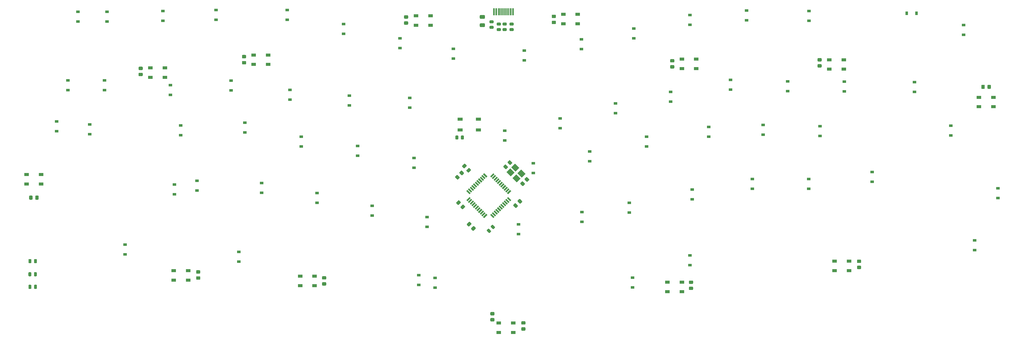
<source format=gbr>
%TF.GenerationSoftware,KiCad,Pcbnew,(5.1.6)-1*%
%TF.CreationDate,2020-07-26T11:56:32+02:00*%
%TF.ProjectId,Proyecto A,50726f79-6563-4746-9f20-412e6b696361,rev?*%
%TF.SameCoordinates,Original*%
%TF.FileFunction,Paste,Bot*%
%TF.FilePolarity,Positive*%
%FSLAX46Y46*%
G04 Gerber Fmt 4.6, Leading zero omitted, Abs format (unit mm)*
G04 Created by KiCad (PCBNEW (5.1.6)-1) date 2020-07-26 11:56:32*
%MOMM*%
%LPD*%
G01*
G04 APERTURE LIST*
%ADD10R,0.600000X2.450000*%
%ADD11R,0.300000X2.450000*%
%ADD12C,0.100000*%
%ADD13R,1.200000X0.900000*%
%ADD14R,1.800000X1.100000*%
%ADD15R,0.900000X1.200000*%
%ADD16R,1.500000X1.000000*%
G04 APERTURE END LIST*
D10*
%TO.C,USB1*%
X234427400Y4453000D03*
X227977400Y4453000D03*
X233652400Y4453000D03*
X228752400Y4453000D03*
D11*
X229452400Y4453000D03*
X232952400Y4453000D03*
X229952400Y4453000D03*
X232452400Y4453000D03*
X230452400Y4453000D03*
X231952400Y4453000D03*
X231452400Y4453000D03*
X230952400Y4453000D03*
%TD*%
D12*
%TO.C,Y1*%
G36*
X238595878Y-50368421D02*
G01*
X237323086Y-51641213D01*
X235838162Y-50156289D01*
X237110954Y-48883497D01*
X238595878Y-50368421D01*
G37*
G36*
X236545268Y-48317811D02*
G01*
X235272476Y-49590603D01*
X233787552Y-48105679D01*
X235060344Y-46832887D01*
X236545268Y-48317811D01*
G37*
G36*
X234918922Y-49944157D02*
G01*
X233646130Y-51216949D01*
X232161206Y-49732025D01*
X233433998Y-48459233D01*
X234918922Y-49944157D01*
G37*
G36*
X236969532Y-51994767D02*
G01*
X235696740Y-53267559D01*
X234211816Y-51782635D01*
X235484608Y-50509843D01*
X236969532Y-51994767D01*
G37*
%TD*%
%TO.C,C21*%
G36*
G01*
X171036401Y-86115499D02*
X170136399Y-86115499D01*
G75*
G02*
X169886400Y-85865500I0J249999D01*
G01*
X169886400Y-85215498D01*
G75*
G02*
X170136399Y-84965499I249999J0D01*
G01*
X171036401Y-84965499D01*
G75*
G02*
X171286400Y-85215498I0J-249999D01*
G01*
X171286400Y-85865500D01*
G75*
G02*
X171036401Y-86115499I-249999J0D01*
G01*
G37*
G36*
G01*
X171036401Y-88165499D02*
X170136399Y-88165499D01*
G75*
G02*
X169886400Y-87915500I0J249999D01*
G01*
X169886400Y-87265498D01*
G75*
G02*
X170136399Y-87015499I249999J0D01*
G01*
X171036401Y-87015499D01*
G75*
G02*
X171286400Y-87265498I0J-249999D01*
G01*
X171286400Y-87915500D01*
G75*
G02*
X171036401Y-88165499I-249999J0D01*
G01*
G37*
%TD*%
%TO.C,C20*%
G36*
G01*
X128491401Y-84132000D02*
X127591399Y-84132000D01*
G75*
G02*
X127341400Y-83882001I0J249999D01*
G01*
X127341400Y-83231999D01*
G75*
G02*
X127591399Y-82982000I249999J0D01*
G01*
X128491401Y-82982000D01*
G75*
G02*
X128741400Y-83231999I0J-249999D01*
G01*
X128741400Y-83882001D01*
G75*
G02*
X128491401Y-84132000I-249999J0D01*
G01*
G37*
G36*
G01*
X128491401Y-86182000D02*
X127591399Y-86182000D01*
G75*
G02*
X127341400Y-85932001I0J249999D01*
G01*
X127341400Y-85281999D01*
G75*
G02*
X127591399Y-85032000I249999J0D01*
G01*
X128491401Y-85032000D01*
G75*
G02*
X128741400Y-85281999I0J-249999D01*
G01*
X128741400Y-85932001D01*
G75*
G02*
X128491401Y-86182000I-249999J0D01*
G01*
G37*
%TD*%
%TO.C,C19*%
G36*
G01*
X72092400Y-57969999D02*
X72092400Y-58870001D01*
G75*
G02*
X71842401Y-59120000I-249999J0D01*
G01*
X71192399Y-59120000D01*
G75*
G02*
X70942400Y-58870001I0J249999D01*
G01*
X70942400Y-57969999D01*
G75*
G02*
X71192399Y-57720000I249999J0D01*
G01*
X71842401Y-57720000D01*
G75*
G02*
X72092400Y-57969999I0J-249999D01*
G01*
G37*
G36*
G01*
X74142400Y-57969999D02*
X74142400Y-58870001D01*
G75*
G02*
X73892401Y-59120000I-249999J0D01*
G01*
X73242399Y-59120000D01*
G75*
G02*
X72992400Y-58870001I0J249999D01*
G01*
X72992400Y-57969999D01*
G75*
G02*
X73242399Y-57720000I249999J0D01*
G01*
X73892401Y-57720000D01*
G75*
G02*
X74142400Y-57969999I0J-249999D01*
G01*
G37*
%TD*%
%TO.C,C18*%
G36*
G01*
X109060401Y-15298000D02*
X108160399Y-15298000D01*
G75*
G02*
X107910400Y-15048001I0J249999D01*
G01*
X107910400Y-14397999D01*
G75*
G02*
X108160399Y-14148000I249999J0D01*
G01*
X109060401Y-14148000D01*
G75*
G02*
X109310400Y-14397999I0J-249999D01*
G01*
X109310400Y-15048001D01*
G75*
G02*
X109060401Y-15298000I-249999J0D01*
G01*
G37*
G36*
G01*
X109060401Y-17348000D02*
X108160399Y-17348000D01*
G75*
G02*
X107910400Y-17098001I0J249999D01*
G01*
X107910400Y-16447999D01*
G75*
G02*
X108160399Y-16198000I249999J0D01*
G01*
X109060401Y-16198000D01*
G75*
G02*
X109310400Y-16447999I0J-249999D01*
G01*
X109310400Y-17098001D01*
G75*
G02*
X109060401Y-17348000I-249999J0D01*
G01*
G37*
%TD*%
%TO.C,C17*%
G36*
G01*
X143985401Y-11312499D02*
X143085399Y-11312499D01*
G75*
G02*
X142835400Y-11062500I0J249999D01*
G01*
X142835400Y-10412498D01*
G75*
G02*
X143085399Y-10162499I249999J0D01*
G01*
X143985401Y-10162499D01*
G75*
G02*
X144235400Y-10412498I0J-249999D01*
G01*
X144235400Y-11062500D01*
G75*
G02*
X143985401Y-11312499I-249999J0D01*
G01*
G37*
G36*
G01*
X143985401Y-13362499D02*
X143085399Y-13362499D01*
G75*
G02*
X142835400Y-13112500I0J249999D01*
G01*
X142835400Y-12462498D01*
G75*
G02*
X143085399Y-12212499I249999J0D01*
G01*
X143985401Y-12212499D01*
G75*
G02*
X144235400Y-12462498I0J-249999D01*
G01*
X144235400Y-13112500D01*
G75*
G02*
X143985401Y-13362499I-249999J0D01*
G01*
G37*
%TD*%
%TO.C,C16*%
G36*
G01*
X198722401Y2101000D02*
X197822399Y2101000D01*
G75*
G02*
X197572400Y2350999I0J249999D01*
G01*
X197572400Y3001001D01*
G75*
G02*
X197822399Y3251000I249999J0D01*
G01*
X198722401Y3251000D01*
G75*
G02*
X198972400Y3001001I0J-249999D01*
G01*
X198972400Y2350999D01*
G75*
G02*
X198722401Y2101000I-249999J0D01*
G01*
G37*
G36*
G01*
X198722401Y51000D02*
X197822399Y51000D01*
G75*
G02*
X197572400Y300999I0J249999D01*
G01*
X197572400Y951001D01*
G75*
G02*
X197822399Y1201000I249999J0D01*
G01*
X198722401Y1201000D01*
G75*
G02*
X198972400Y951001I0J-249999D01*
G01*
X198972400Y300999D01*
G75*
G02*
X198722401Y51000I-249999J0D01*
G01*
G37*
%TD*%
%TO.C,C15*%
G36*
G01*
X248633401Y2306499D02*
X247733399Y2306499D01*
G75*
G02*
X247483400Y2556498I0J249999D01*
G01*
X247483400Y3206500D01*
G75*
G02*
X247733399Y3456499I249999J0D01*
G01*
X248633401Y3456499D01*
G75*
G02*
X248883400Y3206500I0J-249999D01*
G01*
X248883400Y2556498D01*
G75*
G02*
X248633401Y2306499I-249999J0D01*
G01*
G37*
G36*
G01*
X248633401Y256499D02*
X247733399Y256499D01*
G75*
G02*
X247483400Y506498I0J249999D01*
G01*
X247483400Y1156500D01*
G75*
G02*
X247733399Y1406499I249999J0D01*
G01*
X248633401Y1406499D01*
G75*
G02*
X248883400Y1156500I0J-249999D01*
G01*
X248883400Y506498D01*
G75*
G02*
X248633401Y256499I-249999J0D01*
G01*
G37*
%TD*%
%TO.C,C14*%
G36*
G01*
X288638401Y-12709499D02*
X287738399Y-12709499D01*
G75*
G02*
X287488400Y-12459500I0J249999D01*
G01*
X287488400Y-11809498D01*
G75*
G02*
X287738399Y-11559499I249999J0D01*
G01*
X288638401Y-11559499D01*
G75*
G02*
X288888400Y-11809498I0J-249999D01*
G01*
X288888400Y-12459500D01*
G75*
G02*
X288638401Y-12709499I-249999J0D01*
G01*
G37*
G36*
G01*
X288638401Y-14759499D02*
X287738399Y-14759499D01*
G75*
G02*
X287488400Y-14509500I0J249999D01*
G01*
X287488400Y-13859498D01*
G75*
G02*
X287738399Y-13609499I249999J0D01*
G01*
X288638401Y-13609499D01*
G75*
G02*
X288888400Y-13859498I0J-249999D01*
G01*
X288888400Y-14509500D01*
G75*
G02*
X288638401Y-14759499I-249999J0D01*
G01*
G37*
%TD*%
%TO.C,C13*%
G36*
G01*
X338422401Y-12377000D02*
X337522399Y-12377000D01*
G75*
G02*
X337272400Y-12127001I0J249999D01*
G01*
X337272400Y-11476999D01*
G75*
G02*
X337522399Y-11227000I249999J0D01*
G01*
X338422401Y-11227000D01*
G75*
G02*
X338672400Y-11476999I0J-249999D01*
G01*
X338672400Y-12127001D01*
G75*
G02*
X338422401Y-12377000I-249999J0D01*
G01*
G37*
G36*
G01*
X338422401Y-14427000D02*
X337522399Y-14427000D01*
G75*
G02*
X337272400Y-14177001I0J249999D01*
G01*
X337272400Y-13526999D01*
G75*
G02*
X337522399Y-13277000I249999J0D01*
G01*
X338422401Y-13277000D01*
G75*
G02*
X338672400Y-13526999I0J-249999D01*
G01*
X338672400Y-14177001D01*
G75*
G02*
X338422401Y-14427000I-249999J0D01*
G01*
G37*
%TD*%
%TO.C,C12*%
G36*
G01*
X394683400Y-21405001D02*
X394683400Y-20504999D01*
G75*
G02*
X394933399Y-20255000I249999J0D01*
G01*
X395583401Y-20255000D01*
G75*
G02*
X395833400Y-20504999I0J-249999D01*
G01*
X395833400Y-21405001D01*
G75*
G02*
X395583401Y-21655000I-249999J0D01*
G01*
X394933399Y-21655000D01*
G75*
G02*
X394683400Y-21405001I0J249999D01*
G01*
G37*
G36*
G01*
X392633400Y-21405001D02*
X392633400Y-20504999D01*
G75*
G02*
X392883399Y-20255000I249999J0D01*
G01*
X393533401Y-20255000D01*
G75*
G02*
X393783400Y-20504999I0J-249999D01*
G01*
X393783400Y-21405001D01*
G75*
G02*
X393533401Y-21655000I-249999J0D01*
G01*
X392883399Y-21655000D01*
G75*
G02*
X392633400Y-21405001I0J249999D01*
G01*
G37*
%TD*%
%TO.C,C11*%
G36*
G01*
X351757401Y-80527499D02*
X350857399Y-80527499D01*
G75*
G02*
X350607400Y-80277500I0J249999D01*
G01*
X350607400Y-79627498D01*
G75*
G02*
X350857399Y-79377499I249999J0D01*
G01*
X351757401Y-79377499D01*
G75*
G02*
X352007400Y-79627498I0J-249999D01*
G01*
X352007400Y-80277500D01*
G75*
G02*
X351757401Y-80527499I-249999J0D01*
G01*
G37*
G36*
G01*
X351757401Y-82577499D02*
X350857399Y-82577499D01*
G75*
G02*
X350607400Y-82327500I0J249999D01*
G01*
X350607400Y-81677498D01*
G75*
G02*
X350857399Y-81427499I249999J0D01*
G01*
X351757401Y-81427499D01*
G75*
G02*
X352007400Y-81677498I0J-249999D01*
G01*
X352007400Y-82327500D01*
G75*
G02*
X351757401Y-82577499I-249999J0D01*
G01*
G37*
%TD*%
%TO.C,C10*%
G36*
G01*
X294988401Y-87609500D02*
X294088399Y-87609500D01*
G75*
G02*
X293838400Y-87359501I0J249999D01*
G01*
X293838400Y-86709499D01*
G75*
G02*
X294088399Y-86459500I249999J0D01*
G01*
X294988401Y-86459500D01*
G75*
G02*
X295238400Y-86709499I0J-249999D01*
G01*
X295238400Y-87359501D01*
G75*
G02*
X294988401Y-87609500I-249999J0D01*
G01*
G37*
G36*
G01*
X294988401Y-89659500D02*
X294088399Y-89659500D01*
G75*
G02*
X293838400Y-89409501I0J249999D01*
G01*
X293838400Y-88759499D01*
G75*
G02*
X294088399Y-88509500I249999J0D01*
G01*
X294988401Y-88509500D01*
G75*
G02*
X295238400Y-88759499I0J-249999D01*
G01*
X295238400Y-89409501D01*
G75*
G02*
X294988401Y-89659500I-249999J0D01*
G01*
G37*
%TD*%
%TO.C,C9*%
G36*
G01*
X238346401Y-101355499D02*
X237446399Y-101355499D01*
G75*
G02*
X237196400Y-101105500I0J249999D01*
G01*
X237196400Y-100455498D01*
G75*
G02*
X237446399Y-100205499I249999J0D01*
G01*
X238346401Y-100205499D01*
G75*
G02*
X238596400Y-100455498I0J-249999D01*
G01*
X238596400Y-101105500D01*
G75*
G02*
X238346401Y-101355499I-249999J0D01*
G01*
G37*
G36*
G01*
X238346401Y-103405499D02*
X237446399Y-103405499D01*
G75*
G02*
X237196400Y-103155500I0J249999D01*
G01*
X237196400Y-102505498D01*
G75*
G02*
X237446399Y-102255499I249999J0D01*
G01*
X238346401Y-102255499D01*
G75*
G02*
X238596400Y-102505498I0J-249999D01*
G01*
X238596400Y-103155500D01*
G75*
G02*
X238346401Y-103405499I-249999J0D01*
G01*
G37*
%TD*%
%TO.C,C7*%
G36*
G01*
X216963796Y-50787001D02*
X216327399Y-50150604D01*
G75*
G02*
X216327399Y-49797052I176776J176776D01*
G01*
X216787020Y-49337431D01*
G75*
G02*
X217140572Y-49337431I176776J-176776D01*
G01*
X217776969Y-49973828D01*
G75*
G02*
X217776969Y-50327380I-176776J-176776D01*
G01*
X217317348Y-50787001D01*
G75*
G02*
X216963796Y-50787001I-176776J176776D01*
G01*
G37*
G36*
G01*
X215514228Y-52236569D02*
X214877831Y-51600172D01*
G75*
G02*
X214877831Y-51246620I176776J176776D01*
G01*
X215337452Y-50786999D01*
G75*
G02*
X215691004Y-50786999I176776J-176776D01*
G01*
X216327401Y-51423396D01*
G75*
G02*
X216327401Y-51776948I-176776J-176776D01*
G01*
X215867780Y-52236569D01*
G75*
G02*
X215514228Y-52236569I-176776J176776D01*
G01*
G37*
%TD*%
%TO.C,C6*%
G36*
G01*
X218697399Y-49083396D02*
X219333796Y-48446999D01*
G75*
G02*
X219687348Y-48446999I176776J-176776D01*
G01*
X220146969Y-48906620D01*
G75*
G02*
X220146969Y-49260172I-176776J-176776D01*
G01*
X219510572Y-49896569D01*
G75*
G02*
X219157020Y-49896569I-176776J176776D01*
G01*
X218697399Y-49436948D01*
G75*
G02*
X218697399Y-49083396I176776J176776D01*
G01*
G37*
G36*
G01*
X217247831Y-47633828D02*
X217884228Y-46997431D01*
G75*
G02*
X218237780Y-46997431I176776J-176776D01*
G01*
X218697401Y-47457052D01*
G75*
G02*
X218697401Y-47810604I-176776J-176776D01*
G01*
X218061004Y-48447001D01*
G75*
G02*
X217707452Y-48447001I-176776J176776D01*
G01*
X217247831Y-47987380D01*
G75*
G02*
X217247831Y-47633828I176776J176776D01*
G01*
G37*
%TD*%
%TO.C,C5*%
G36*
G01*
X220297401Y-67470604D02*
X219661004Y-68107001D01*
G75*
G02*
X219307452Y-68107001I-176776J176776D01*
G01*
X218847831Y-67647380D01*
G75*
G02*
X218847831Y-67293828I176776J176776D01*
G01*
X219484228Y-66657431D01*
G75*
G02*
X219837780Y-66657431I176776J-176776D01*
G01*
X220297401Y-67117052D01*
G75*
G02*
X220297401Y-67470604I-176776J-176776D01*
G01*
G37*
G36*
G01*
X221746969Y-68920172D02*
X221110572Y-69556569D01*
G75*
G02*
X220757020Y-69556569I-176776J176776D01*
G01*
X220297399Y-69096948D01*
G75*
G02*
X220297399Y-68743396I176776J176776D01*
G01*
X220933796Y-68106999D01*
G75*
G02*
X221287348Y-68106999I176776J-176776D01*
G01*
X221746969Y-68566620D01*
G75*
G02*
X221746969Y-68920172I-176776J-176776D01*
G01*
G37*
%TD*%
%TO.C,C4*%
G36*
G01*
X236638796Y-60387001D02*
X236002399Y-59750604D01*
G75*
G02*
X236002399Y-59397052I176776J176776D01*
G01*
X236462020Y-58937431D01*
G75*
G02*
X236815572Y-58937431I176776J-176776D01*
G01*
X237451969Y-59573828D01*
G75*
G02*
X237451969Y-59927380I-176776J-176776D01*
G01*
X236992348Y-60387001D01*
G75*
G02*
X236638796Y-60387001I-176776J176776D01*
G01*
G37*
G36*
G01*
X235189228Y-61836569D02*
X234552831Y-61200172D01*
G75*
G02*
X234552831Y-60846620I176776J176776D01*
G01*
X235012452Y-60386999D01*
G75*
G02*
X235366004Y-60386999I176776J-176776D01*
G01*
X236002401Y-61023396D01*
G75*
G02*
X236002401Y-61376948I-176776J-176776D01*
G01*
X235542780Y-61836569D01*
G75*
G02*
X235189228Y-61836569I-176776J176776D01*
G01*
G37*
%TD*%
%TO.C,C3*%
G36*
G01*
X231998091Y-47289912D02*
X232634488Y-47926309D01*
G75*
G02*
X232634488Y-48279861I-176776J-176776D01*
G01*
X232174867Y-48739482D01*
G75*
G02*
X231821315Y-48739482I-176776J176776D01*
G01*
X231184918Y-48103085D01*
G75*
G02*
X231184918Y-47749533I176776J176776D01*
G01*
X231644539Y-47289912D01*
G75*
G02*
X231998091Y-47289912I176776J-176776D01*
G01*
G37*
G36*
G01*
X233447659Y-45840344D02*
X234084056Y-46476741D01*
G75*
G02*
X234084056Y-46830293I-176776J-176776D01*
G01*
X233624435Y-47289914D01*
G75*
G02*
X233270883Y-47289914I-176776J176776D01*
G01*
X232634486Y-46653517D01*
G75*
G02*
X232634486Y-46299965I176776J176776D01*
G01*
X233094107Y-45840344D01*
G75*
G02*
X233447659Y-45840344I176776J-176776D01*
G01*
G37*
%TD*%
%TO.C,C2*%
G36*
G01*
X239013796Y-52977001D02*
X238377399Y-52340604D01*
G75*
G02*
X238377399Y-51987052I176776J176776D01*
G01*
X238837020Y-51527431D01*
G75*
G02*
X239190572Y-51527431I176776J-176776D01*
G01*
X239826969Y-52163828D01*
G75*
G02*
X239826969Y-52517380I-176776J-176776D01*
G01*
X239367348Y-52977001D01*
G75*
G02*
X239013796Y-52977001I-176776J176776D01*
G01*
G37*
G36*
G01*
X237564228Y-54426569D02*
X236927831Y-53790172D01*
G75*
G02*
X236927831Y-53436620I176776J176776D01*
G01*
X237387452Y-52976999D01*
G75*
G02*
X237741004Y-52976999I176776J-176776D01*
G01*
X238377401Y-53613396D01*
G75*
G02*
X238377401Y-53966948I-176776J-176776D01*
G01*
X237917780Y-54426569D01*
G75*
G02*
X237564228Y-54426569I-176776J176776D01*
G01*
G37*
%TD*%
%TO.C,C1*%
G36*
G01*
X216710312Y-61466309D02*
X217346709Y-60829912D01*
G75*
G02*
X217700261Y-60829912I176776J-176776D01*
G01*
X218159882Y-61289533D01*
G75*
G02*
X218159882Y-61643085I-176776J-176776D01*
G01*
X217523485Y-62279482D01*
G75*
G02*
X217169933Y-62279482I-176776J176776D01*
G01*
X216710312Y-61819861D01*
G75*
G02*
X216710312Y-61466309I176776J176776D01*
G01*
G37*
G36*
G01*
X215260744Y-60016741D02*
X215897141Y-59380344D01*
G75*
G02*
X216250693Y-59380344I176776J-176776D01*
G01*
X216710314Y-59839965D01*
G75*
G02*
X216710314Y-60193517I-176776J-176776D01*
G01*
X216073917Y-60829914D01*
G75*
G02*
X215720365Y-60829914I-176776J176776D01*
G01*
X215260744Y-60370293D01*
G75*
G02*
X215260744Y-60016741I176776J176776D01*
G01*
G37*
%TD*%
%TO.C,R11*%
G36*
G01*
X227877401Y-98247000D02*
X226977399Y-98247000D01*
G75*
G02*
X226727400Y-97997001I0J249999D01*
G01*
X226727400Y-97346999D01*
G75*
G02*
X226977399Y-97097000I249999J0D01*
G01*
X227877401Y-97097000D01*
G75*
G02*
X228127400Y-97346999I0J-249999D01*
G01*
X228127400Y-97997001D01*
G75*
G02*
X227877401Y-98247000I-249999J0D01*
G01*
G37*
G36*
G01*
X227877401Y-100297000D02*
X226977399Y-100297000D01*
G75*
G02*
X226727400Y-100047001I0J249999D01*
G01*
X226727400Y-99396999D01*
G75*
G02*
X226977399Y-99147000I249999J0D01*
G01*
X227877401Y-99147000D01*
G75*
G02*
X228127400Y-99396999I0J-249999D01*
G01*
X228127400Y-100047001D01*
G75*
G02*
X227877401Y-100297000I-249999J0D01*
G01*
G37*
%TD*%
%TO.C,R8*%
G36*
G01*
X227608650Y-1324500D02*
X226696150Y-1324500D01*
G75*
G02*
X226452400Y-1080750I0J243750D01*
G01*
X226452400Y-593250D01*
G75*
G02*
X226696150Y-349500I243750J0D01*
G01*
X227608650Y-349500D01*
G75*
G02*
X227852400Y-593250I0J-243750D01*
G01*
X227852400Y-1080750D01*
G75*
G02*
X227608650Y-1324500I-243750J0D01*
G01*
G37*
G36*
G01*
X227608650Y550500D02*
X226696150Y550500D01*
G75*
G02*
X226452400Y794250I0J243750D01*
G01*
X226452400Y1281750D01*
G75*
G02*
X226696150Y1525500I243750J0D01*
G01*
X227608650Y1525500D01*
G75*
G02*
X227852400Y1281750I0J-243750D01*
G01*
X227852400Y794250D01*
G75*
G02*
X227608650Y550500I-243750J0D01*
G01*
G37*
%TD*%
%TO.C,R2*%
G36*
G01*
X230058650Y-2087000D02*
X229146150Y-2087000D01*
G75*
G02*
X228902400Y-1843250I0J243750D01*
G01*
X228902400Y-1355750D01*
G75*
G02*
X229146150Y-1112000I243750J0D01*
G01*
X230058650Y-1112000D01*
G75*
G02*
X230302400Y-1355750I0J-243750D01*
G01*
X230302400Y-1843250D01*
G75*
G02*
X230058650Y-2087000I-243750J0D01*
G01*
G37*
G36*
G01*
X230058650Y-212000D02*
X229146150Y-212000D01*
G75*
G02*
X228902400Y31750I0J243750D01*
G01*
X228902400Y519250D01*
G75*
G02*
X229146150Y763000I243750J0D01*
G01*
X230058650Y763000D01*
G75*
G02*
X230302400Y519250I0J-243750D01*
G01*
X230302400Y31750D01*
G75*
G02*
X230058650Y-212000I-243750J0D01*
G01*
G37*
%TD*%
%TO.C,R1*%
G36*
G01*
X232033650Y-2074500D02*
X231121150Y-2074500D01*
G75*
G02*
X230877400Y-1830750I0J243750D01*
G01*
X230877400Y-1343250D01*
G75*
G02*
X231121150Y-1099500I243750J0D01*
G01*
X232033650Y-1099500D01*
G75*
G02*
X232277400Y-1343250I0J-243750D01*
G01*
X232277400Y-1830750D01*
G75*
G02*
X232033650Y-2074500I-243750J0D01*
G01*
G37*
G36*
G01*
X232033650Y-199500D02*
X231121150Y-199500D01*
G75*
G02*
X230877400Y44250I0J243750D01*
G01*
X230877400Y531750D01*
G75*
G02*
X231121150Y775500I243750J0D01*
G01*
X232033650Y775500D01*
G75*
G02*
X232277400Y531750I0J-243750D01*
G01*
X232277400Y44250D01*
G75*
G02*
X232033650Y-199500I-243750J0D01*
G01*
G37*
%TD*%
D13*
%TO.C,D_63*%
X294177400Y-81217000D03*
X294177400Y-77917000D03*
%TD*%
%TO.C,R6*%
G36*
G01*
X71684900Y-88130750D02*
X71684900Y-89043250D01*
G75*
G02*
X71441150Y-89287000I-243750J0D01*
G01*
X70953650Y-89287000D01*
G75*
G02*
X70709900Y-89043250I0J243750D01*
G01*
X70709900Y-88130750D01*
G75*
G02*
X70953650Y-87887000I243750J0D01*
G01*
X71441150Y-87887000D01*
G75*
G02*
X71684900Y-88130750I0J-243750D01*
G01*
G37*
G36*
G01*
X73559900Y-88130750D02*
X73559900Y-89043250D01*
G75*
G02*
X73316150Y-89287000I-243750J0D01*
G01*
X72828650Y-89287000D01*
G75*
G02*
X72584900Y-89043250I0J243750D01*
G01*
X72584900Y-88130750D01*
G75*
G02*
X72828650Y-87887000I243750J0D01*
G01*
X73316150Y-87887000D01*
G75*
G02*
X73559900Y-88130750I0J-243750D01*
G01*
G37*
%TD*%
%TO.C,D_40*%
X300557528Y-37820961D03*
X300557528Y-34520961D03*
%TD*%
%TO.C,D_44*%
X386670000Y-50000D03*
X386670000Y-3350000D03*
%TD*%
D12*
%TO.C,U1*%
G36*
X219684700Y-58206978D02*
G01*
X220073608Y-58595886D01*
X219012948Y-59656546D01*
X218624040Y-59267638D01*
X219684700Y-58206978D01*
G37*
G36*
X220250386Y-58772663D02*
G01*
X220639294Y-59161571D01*
X219578634Y-60222231D01*
X219189726Y-59833323D01*
X220250386Y-58772663D01*
G37*
G36*
X220816071Y-59338348D02*
G01*
X221204979Y-59727256D01*
X220144319Y-60787916D01*
X219755411Y-60399008D01*
X220816071Y-59338348D01*
G37*
G36*
X221381756Y-59904034D02*
G01*
X221770664Y-60292942D01*
X220710004Y-61353602D01*
X220321096Y-60964694D01*
X221381756Y-59904034D01*
G37*
G36*
X221947442Y-60469719D02*
G01*
X222336350Y-60858627D01*
X221275690Y-61919287D01*
X220886782Y-61530379D01*
X221947442Y-60469719D01*
G37*
G36*
X222513127Y-61035405D02*
G01*
X222902035Y-61424313D01*
X221841375Y-62484973D01*
X221452467Y-62096065D01*
X222513127Y-61035405D01*
G37*
G36*
X223078813Y-61601090D02*
G01*
X223467721Y-61989998D01*
X222407061Y-63050658D01*
X222018153Y-62661750D01*
X223078813Y-61601090D01*
G37*
G36*
X223644498Y-62166776D02*
G01*
X224033406Y-62555684D01*
X222972746Y-63616344D01*
X222583838Y-63227436D01*
X223644498Y-62166776D01*
G37*
G36*
X224210184Y-62732461D02*
G01*
X224599092Y-63121369D01*
X223538432Y-64182029D01*
X223149524Y-63793121D01*
X224210184Y-62732461D01*
G37*
G36*
X224775869Y-63298146D02*
G01*
X225164777Y-63687054D01*
X224104117Y-64747714D01*
X223715209Y-64358806D01*
X224775869Y-63298146D01*
G37*
G36*
X225341554Y-63863832D02*
G01*
X225730462Y-64252740D01*
X224669802Y-65313400D01*
X224280894Y-64924492D01*
X225341554Y-63863832D01*
G37*
G36*
X226685058Y-64252740D02*
G01*
X227073966Y-63863832D01*
X228134626Y-64924492D01*
X227745718Y-65313400D01*
X226685058Y-64252740D01*
G37*
G36*
X227250743Y-63687054D02*
G01*
X227639651Y-63298146D01*
X228700311Y-64358806D01*
X228311403Y-64747714D01*
X227250743Y-63687054D01*
G37*
G36*
X227816428Y-63121369D02*
G01*
X228205336Y-62732461D01*
X229265996Y-63793121D01*
X228877088Y-64182029D01*
X227816428Y-63121369D01*
G37*
G36*
X228382114Y-62555684D02*
G01*
X228771022Y-62166776D01*
X229831682Y-63227436D01*
X229442774Y-63616344D01*
X228382114Y-62555684D01*
G37*
G36*
X228947799Y-61989998D02*
G01*
X229336707Y-61601090D01*
X230397367Y-62661750D01*
X230008459Y-63050658D01*
X228947799Y-61989998D01*
G37*
G36*
X229513485Y-61424313D02*
G01*
X229902393Y-61035405D01*
X230963053Y-62096065D01*
X230574145Y-62484973D01*
X229513485Y-61424313D01*
G37*
G36*
X230079170Y-60858627D02*
G01*
X230468078Y-60469719D01*
X231528738Y-61530379D01*
X231139830Y-61919287D01*
X230079170Y-60858627D01*
G37*
G36*
X230644856Y-60292942D02*
G01*
X231033764Y-59904034D01*
X232094424Y-60964694D01*
X231705516Y-61353602D01*
X230644856Y-60292942D01*
G37*
G36*
X231210541Y-59727256D02*
G01*
X231599449Y-59338348D01*
X232660109Y-60399008D01*
X232271201Y-60787916D01*
X231210541Y-59727256D01*
G37*
G36*
X231776226Y-59161571D02*
G01*
X232165134Y-58772663D01*
X233225794Y-59833323D01*
X232836886Y-60222231D01*
X231776226Y-59161571D01*
G37*
G36*
X232341912Y-58595886D02*
G01*
X232730820Y-58206978D01*
X233791480Y-59267638D01*
X233402572Y-59656546D01*
X232341912Y-58595886D01*
G37*
G36*
X233402572Y-55802814D02*
G01*
X233791480Y-56191722D01*
X232730820Y-57252382D01*
X232341912Y-56863474D01*
X233402572Y-55802814D01*
G37*
G36*
X232836886Y-55237129D02*
G01*
X233225794Y-55626037D01*
X232165134Y-56686697D01*
X231776226Y-56297789D01*
X232836886Y-55237129D01*
G37*
G36*
X232271201Y-54671444D02*
G01*
X232660109Y-55060352D01*
X231599449Y-56121012D01*
X231210541Y-55732104D01*
X232271201Y-54671444D01*
G37*
G36*
X231705516Y-54105758D02*
G01*
X232094424Y-54494666D01*
X231033764Y-55555326D01*
X230644856Y-55166418D01*
X231705516Y-54105758D01*
G37*
G36*
X231139830Y-53540073D02*
G01*
X231528738Y-53928981D01*
X230468078Y-54989641D01*
X230079170Y-54600733D01*
X231139830Y-53540073D01*
G37*
G36*
X230574145Y-52974387D02*
G01*
X230963053Y-53363295D01*
X229902393Y-54423955D01*
X229513485Y-54035047D01*
X230574145Y-52974387D01*
G37*
G36*
X230008459Y-52408702D02*
G01*
X230397367Y-52797610D01*
X229336707Y-53858270D01*
X228947799Y-53469362D01*
X230008459Y-52408702D01*
G37*
G36*
X229442774Y-51843016D02*
G01*
X229831682Y-52231924D01*
X228771022Y-53292584D01*
X228382114Y-52903676D01*
X229442774Y-51843016D01*
G37*
G36*
X228877088Y-51277331D02*
G01*
X229265996Y-51666239D01*
X228205336Y-52726899D01*
X227816428Y-52337991D01*
X228877088Y-51277331D01*
G37*
G36*
X228311403Y-50711646D02*
G01*
X228700311Y-51100554D01*
X227639651Y-52161214D01*
X227250743Y-51772306D01*
X228311403Y-50711646D01*
G37*
G36*
X227745718Y-50145960D02*
G01*
X228134626Y-50534868D01*
X227073966Y-51595528D01*
X226685058Y-51206620D01*
X227745718Y-50145960D01*
G37*
G36*
X224280894Y-50534868D02*
G01*
X224669802Y-50145960D01*
X225730462Y-51206620D01*
X225341554Y-51595528D01*
X224280894Y-50534868D01*
G37*
G36*
X223715209Y-51100554D02*
G01*
X224104117Y-50711646D01*
X225164777Y-51772306D01*
X224775869Y-52161214D01*
X223715209Y-51100554D01*
G37*
G36*
X223149524Y-51666239D02*
G01*
X223538432Y-51277331D01*
X224599092Y-52337991D01*
X224210184Y-52726899D01*
X223149524Y-51666239D01*
G37*
G36*
X222583838Y-52231924D02*
G01*
X222972746Y-51843016D01*
X224033406Y-52903676D01*
X223644498Y-53292584D01*
X222583838Y-52231924D01*
G37*
G36*
X222018153Y-52797610D02*
G01*
X222407061Y-52408702D01*
X223467721Y-53469362D01*
X223078813Y-53858270D01*
X222018153Y-52797610D01*
G37*
G36*
X221452467Y-53363295D02*
G01*
X221841375Y-52974387D01*
X222902035Y-54035047D01*
X222513127Y-54423955D01*
X221452467Y-53363295D01*
G37*
G36*
X220886782Y-53928981D02*
G01*
X221275690Y-53540073D01*
X222336350Y-54600733D01*
X221947442Y-54989641D01*
X220886782Y-53928981D01*
G37*
G36*
X220321096Y-54494666D02*
G01*
X220710004Y-54105758D01*
X221770664Y-55166418D01*
X221381756Y-55555326D01*
X220321096Y-54494666D01*
G37*
G36*
X219755411Y-55060352D02*
G01*
X220144319Y-54671444D01*
X221204979Y-55732104D01*
X220816071Y-56121012D01*
X219755411Y-55060352D01*
G37*
G36*
X219189726Y-55626037D02*
G01*
X219578634Y-55237129D01*
X220639294Y-56297789D01*
X220250386Y-56686697D01*
X219189726Y-55626037D01*
G37*
G36*
X218624040Y-56191722D02*
G01*
X219012948Y-55802814D01*
X220073608Y-56863474D01*
X219684700Y-57252382D01*
X218624040Y-56191722D01*
G37*
%TD*%
D14*
%TO.C,SW1*%
X216550000Y-35550000D03*
X222750000Y-35550000D03*
X216550000Y-31850000D03*
X222750000Y-31850000D03*
%TD*%
%TO.C,R9*%
G36*
G01*
X234383650Y-2087000D02*
X233471150Y-2087000D01*
G75*
G02*
X233227400Y-1843250I0J243750D01*
G01*
X233227400Y-1355750D01*
G75*
G02*
X233471150Y-1112000I243750J0D01*
G01*
X234383650Y-1112000D01*
G75*
G02*
X234627400Y-1355750I0J-243750D01*
G01*
X234627400Y-1843250D01*
G75*
G02*
X234383650Y-2087000I-243750J0D01*
G01*
G37*
G36*
G01*
X234383650Y-212000D02*
X233471150Y-212000D01*
G75*
G02*
X233227400Y31750I0J243750D01*
G01*
X233227400Y519250D01*
G75*
G02*
X233471150Y763000I243750J0D01*
G01*
X234383650Y763000D01*
G75*
G02*
X234627400Y519250I0J-243750D01*
G01*
X234627400Y31750D01*
G75*
G02*
X234383650Y-212000I-243750J0D01*
G01*
G37*
%TD*%
%TO.C,R7*%
G36*
G01*
X71664900Y-83860750D02*
X71664900Y-84773250D01*
G75*
G02*
X71421150Y-85017000I-243750J0D01*
G01*
X70933650Y-85017000D01*
G75*
G02*
X70689900Y-84773250I0J243750D01*
G01*
X70689900Y-83860750D01*
G75*
G02*
X70933650Y-83617000I243750J0D01*
G01*
X71421150Y-83617000D01*
G75*
G02*
X71664900Y-83860750I0J-243750D01*
G01*
G37*
G36*
G01*
X73539900Y-83860750D02*
X73539900Y-84773250D01*
G75*
G02*
X73296150Y-85017000I-243750J0D01*
G01*
X72808650Y-85017000D01*
G75*
G02*
X72564900Y-84773250I0J243750D01*
G01*
X72564900Y-83860750D01*
G75*
G02*
X72808650Y-83617000I243750J0D01*
G01*
X73296150Y-83617000D01*
G75*
G02*
X73539900Y-83860750I0J-243750D01*
G01*
G37*
%TD*%
%TO.C,R5*%
G36*
G01*
X71684900Y-79430750D02*
X71684900Y-80343250D01*
G75*
G02*
X71441150Y-80587000I-243750J0D01*
G01*
X70953650Y-80587000D01*
G75*
G02*
X70709900Y-80343250I0J243750D01*
G01*
X70709900Y-79430750D01*
G75*
G02*
X70953650Y-79187000I243750J0D01*
G01*
X71441150Y-79187000D01*
G75*
G02*
X71684900Y-79430750I0J-243750D01*
G01*
G37*
G36*
G01*
X73559900Y-79430750D02*
X73559900Y-80343250D01*
G75*
G02*
X73316150Y-80587000I-243750J0D01*
G01*
X72828650Y-80587000D01*
G75*
G02*
X72584900Y-80343250I0J243750D01*
G01*
X72584900Y-79430750D01*
G75*
G02*
X72828650Y-79187000I243750J0D01*
G01*
X73316150Y-79187000D01*
G75*
G02*
X73559900Y-79430750I0J-243750D01*
G01*
G37*
%TD*%
%TO.C,R4*%
G36*
G01*
X227568216Y-68991419D02*
X226922981Y-68346184D01*
G75*
G02*
X226922981Y-68001470I172357J172357D01*
G01*
X227267696Y-67656755D01*
G75*
G02*
X227612410Y-67656755I172357J-172357D01*
G01*
X228257645Y-68301990D01*
G75*
G02*
X228257645Y-68646704I-172357J-172357D01*
G01*
X227912930Y-68991419D01*
G75*
G02*
X227568216Y-68991419I-172357J172357D01*
G01*
G37*
G36*
G01*
X226242390Y-70317245D02*
X225597155Y-69672010D01*
G75*
G02*
X225597155Y-69327296I172357J172357D01*
G01*
X225941870Y-68982581D01*
G75*
G02*
X226286584Y-68982581I172357J-172357D01*
G01*
X226931819Y-69627816D01*
G75*
G02*
X226931819Y-69972530I-172357J-172357D01*
G01*
X226587104Y-70317245D01*
G75*
G02*
X226242390Y-70317245I-172357J172357D01*
G01*
G37*
%TD*%
%TO.C,R3*%
G36*
G01*
X215914901Y-37630750D02*
X215914901Y-38543250D01*
G75*
G02*
X215671151Y-38787000I-243750J0D01*
G01*
X215183651Y-38787000D01*
G75*
G02*
X214939901Y-38543250I0J243750D01*
G01*
X214939901Y-37630750D01*
G75*
G02*
X215183651Y-37387000I243750J0D01*
G01*
X215671151Y-37387000D01*
G75*
G02*
X215914901Y-37630750I0J-243750D01*
G01*
G37*
G36*
G01*
X217789901Y-37630750D02*
X217789901Y-38543250D01*
G75*
G02*
X217546151Y-38787000I-243750J0D01*
G01*
X217058651Y-38787000D01*
G75*
G02*
X216814901Y-38543250I0J243750D01*
G01*
X216814901Y-37630750D01*
G75*
G02*
X217058651Y-37387000I243750J0D01*
G01*
X217546151Y-37387000D01*
G75*
G02*
X217789901Y-37630750I0J-243750D01*
G01*
G37*
%TD*%
%TO.C,F1*%
G36*
G01*
X224675000Y2075000D02*
X223425000Y2075000D01*
G75*
G02*
X223175000Y2325000I0J250000D01*
G01*
X223175000Y3075000D01*
G75*
G02*
X223425000Y3325000I250000J0D01*
G01*
X224675000Y3325000D01*
G75*
G02*
X224925000Y3075000I0J-250000D01*
G01*
X224925000Y2325000D01*
G75*
G02*
X224675000Y2075000I-250000J0D01*
G01*
G37*
G36*
G01*
X224675000Y-725000D02*
X223425000Y-725000D01*
G75*
G02*
X223175000Y-475000I0J250000D01*
G01*
X223175000Y275000D01*
G75*
G02*
X223425000Y525000I250000J0D01*
G01*
X224675000Y525000D01*
G75*
G02*
X224925000Y275000I0J-250000D01*
G01*
X224925000Y-475000D01*
G75*
G02*
X224675000Y-725000I-250000J0D01*
G01*
G37*
%TD*%
D13*
%TO.C,D_65*%
X398250000Y-55250000D03*
X398250000Y-58550000D03*
%TD*%
%TO.C,D_64*%
X390350000Y-76150000D03*
X390350000Y-72850000D03*
%TD*%
%TO.C,D_62*%
X274768750Y-88768750D03*
X274768750Y-85468750D03*
%TD*%
%TO.C,D_61*%
X208050000Y-88900000D03*
X208050000Y-85600000D03*
%TD*%
%TO.C,D_60*%
X202550000Y-87900000D03*
X202550000Y-84600000D03*
%TD*%
%TO.C,D_59*%
X141807400Y-80097000D03*
X141807400Y-76797000D03*
%TD*%
%TO.C,D_58*%
X103318750Y-77593750D03*
X103318750Y-74293750D03*
%TD*%
%TO.C,D_57*%
X355731250Y-53050000D03*
X355731250Y-49750000D03*
%TD*%
%TO.C,D_56*%
X334300000Y-55431250D03*
X334300000Y-52131250D03*
%TD*%
%TO.C,D_55*%
X315250000Y-55431250D03*
X315250000Y-52131250D03*
%TD*%
%TO.C,D_54*%
X294980000Y-59000000D03*
X294980000Y-55700000D03*
%TD*%
%TO.C,D_53*%
X273650000Y-63500000D03*
X273650000Y-60200000D03*
%TD*%
%TO.C,D_52*%
X257650000Y-66640000D03*
X257650000Y-63340000D03*
%TD*%
%TO.C,D_51*%
X236300000Y-70750000D03*
X236300000Y-67450000D03*
%TD*%
%TO.C,D_50*%
X205400000Y-68300000D03*
X205400000Y-65000000D03*
%TD*%
%TO.C,D_49*%
X186850000Y-64450000D03*
X186850000Y-61150000D03*
%TD*%
%TO.C,D_48*%
X168200000Y-60200000D03*
X168200000Y-56900000D03*
%TD*%
%TO.C,D_47*%
X149450000Y-56750000D03*
X149450000Y-53450000D03*
%TD*%
%TO.C,D_46*%
X127620000Y-56040000D03*
X127620000Y-52740000D03*
%TD*%
%TO.C,D_45*%
X119987500Y-57250000D03*
X119987500Y-53950000D03*
%TD*%
%TO.C,D_43*%
X382350000Y-37400000D03*
X382350000Y-34100000D03*
%TD*%
%TO.C,D_42*%
X338100000Y-37530000D03*
X338100000Y-34230000D03*
%TD*%
%TO.C,D_41*%
X318900000Y-37150000D03*
X318900000Y-33850000D03*
%TD*%
%TO.C,D_39*%
X279531250Y-41143750D03*
X279531250Y-37843750D03*
%TD*%
%TO.C,D_38*%
X260270000Y-46140000D03*
X260270000Y-42840000D03*
%TD*%
%TO.C,D_37*%
X241250000Y-50050000D03*
X241250000Y-46750000D03*
%TD*%
%TO.C,D_36*%
X200950000Y-48287500D03*
X200950000Y-44987500D03*
%TD*%
%TO.C,D_35*%
X181900000Y-44256250D03*
X181900000Y-40956250D03*
%TD*%
%TO.C,D_34*%
X162850000Y-41143750D03*
X162850000Y-37843750D03*
%TD*%
%TO.C,D_33*%
X143800000Y-36381250D03*
X143800000Y-33081250D03*
%TD*%
%TO.C,D_32*%
X122170000Y-37310000D03*
X122170000Y-34010000D03*
%TD*%
%TO.C,D_31*%
X91410000Y-36950000D03*
X91410000Y-33650000D03*
%TD*%
%TO.C,D_30*%
X80250000Y-35950000D03*
X80250000Y-32650000D03*
%TD*%
%TO.C,D_29*%
X370049999Y-22643750D03*
X370049999Y-19343750D03*
%TD*%
%TO.C,D_28*%
X346289074Y-22470545D03*
X346289074Y-19170545D03*
%TD*%
%TO.C,D_27*%
X327175000Y-22375000D03*
X327175000Y-19075000D03*
%TD*%
%TO.C,D_26*%
X307930000Y-21915001D03*
X307930000Y-18615001D03*
%TD*%
%TO.C,D_25*%
X287625000Y-26000000D03*
X287625000Y-22700000D03*
%TD*%
%TO.C,D_24*%
X269000000Y-29850000D03*
X269000000Y-26550000D03*
%TD*%
%TO.C,D_23*%
X250350000Y-34925000D03*
X250350000Y-31625000D03*
%TD*%
%TO.C,D_22*%
X231575000Y-39075000D03*
X231575000Y-35775000D03*
%TD*%
%TO.C,D_21*%
X199520000Y-28010000D03*
X199520000Y-24710000D03*
%TD*%
%TO.C,D_20*%
X179100000Y-27250000D03*
X179100000Y-23950000D03*
%TD*%
%TO.C,D_19*%
X159075000Y-25275000D03*
X159075000Y-21975000D03*
%TD*%
%TO.C,D_18*%
X139127400Y-22187000D03*
X139127400Y-18887000D03*
%TD*%
%TO.C,D_17*%
X118700000Y-23700000D03*
X118700000Y-20400000D03*
%TD*%
%TO.C,D_16*%
X96375000Y-22050000D03*
X96375000Y-18750000D03*
%TD*%
%TO.C,D_15*%
X84000000Y-22050000D03*
X84000000Y-18750000D03*
%TD*%
D15*
%TO.C,D_14*%
X370700000Y3900000D03*
X367400000Y3900000D03*
%TD*%
D13*
%TO.C,D_13*%
X334400000Y1400000D03*
X334400000Y4700000D03*
%TD*%
%TO.C,D_12*%
X313350000Y1550000D03*
X313350000Y4850000D03*
%TD*%
%TO.C,D_11*%
X294150000Y0D03*
X294150000Y3300000D03*
%TD*%
%TO.C,D_10*%
X275200000Y-4500000D03*
X275200000Y-1200000D03*
%TD*%
%TO.C,D_9*%
X257500000Y-8150000D03*
X257500000Y-4850000D03*
%TD*%
%TO.C,D_8*%
X238250000Y-12000000D03*
X238250000Y-8700000D03*
%TD*%
%TO.C,D_7*%
X214240000Y-11410000D03*
X214240000Y-8110000D03*
%TD*%
%TO.C,D_6*%
X196187500Y-7806250D03*
X196187500Y-4506250D03*
%TD*%
%TO.C,D_5*%
X177137500Y-3043750D03*
X177137500Y256250D03*
%TD*%
%TO.C,D_4*%
X158087500Y1718750D03*
X158087500Y5018750D03*
%TD*%
%TO.C,D_3*%
X134050000Y1750000D03*
X134050000Y5050000D03*
%TD*%
%TO.C,D_2*%
X116100000Y1350000D03*
X116100000Y4650000D03*
%TD*%
%TO.C,D_1*%
X97200000Y1100000D03*
X97200000Y4400000D03*
%TD*%
%TO.C,D_0*%
X87400000Y1150000D03*
X87400000Y4450000D03*
%TD*%
D16*
%TO.C,D16*%
X256277400Y3563000D03*
X256277400Y363000D03*
X251377400Y3563000D03*
X251377400Y363000D03*
%TD*%
%TO.C,D15*%
X167377400Y-84987000D03*
X167377400Y-88187000D03*
X162477400Y-84987000D03*
X162477400Y-88187000D03*
%TD*%
%TO.C,D14*%
X296327400Y-11587000D03*
X296327400Y-14787000D03*
X291427400Y-11587000D03*
X291427400Y-14787000D03*
%TD*%
%TO.C,D13*%
X124677400Y-83087000D03*
X124677400Y-86287000D03*
X119777400Y-83087000D03*
X119777400Y-86287000D03*
%TD*%
%TO.C,D12*%
X346127400Y-11787000D03*
X346127400Y-14987000D03*
X341227400Y-11787000D03*
X341227400Y-14987000D03*
%TD*%
%TO.C,D11*%
X70077400Y-53787000D03*
X70077400Y-50587000D03*
X74977400Y-53787000D03*
X74977400Y-50587000D03*
%TD*%
%TO.C,D10*%
X396677400Y-24487000D03*
X396677400Y-27687000D03*
X391777400Y-24487000D03*
X391777400Y-27687000D03*
%TD*%
%TO.C,D9*%
X116777400Y-14537000D03*
X116777400Y-17737000D03*
X111877400Y-14537000D03*
X111877400Y-17737000D03*
%TD*%
%TO.C,D8*%
X347927400Y-79887000D03*
X347927400Y-83087000D03*
X343027400Y-79887000D03*
X343027400Y-83087000D03*
%TD*%
%TO.C,D7*%
X151677400Y-10187000D03*
X151677400Y-13387000D03*
X146777400Y-10187000D03*
X146777400Y-13387000D03*
%TD*%
%TO.C,D6*%
X291477400Y-86987000D03*
X291477400Y-90187000D03*
X286577400Y-86987000D03*
X286577400Y-90187000D03*
%TD*%
%TO.C,D5*%
X206577400Y3063000D03*
X206577400Y-137000D03*
X201677400Y3063000D03*
X201677400Y-137000D03*
%TD*%
%TO.C,D4*%
X234477400Y-100787000D03*
X234477400Y-103987000D03*
X229577400Y-100787000D03*
X229577400Y-103987000D03*
%TD*%
M02*

</source>
